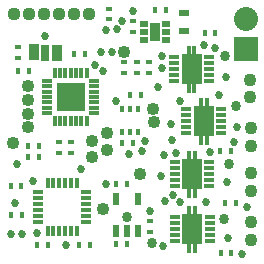
<source format=gts>
G04 #@! TF.FileFunction,Soldermask,Top*
%FSLAX46Y46*%
G04 Gerber Fmt 4.6, Leading zero omitted, Abs format (unit mm)*
G04 Created by KiCad (PCBNEW (2014-12-04 BZR 5312)-product) date 1/18/2015 1:19:07 PM*
%MOMM*%
G01*
G04 APERTURE LIST*
%ADD10C,0.100000*%
%ADD11R,0.400000X0.920000*%
%ADD12R,0.970000X0.400000*%
%ADD13R,1.770000X2.520000*%
%ADD14C,0.520000*%
%ADD15R,0.900000X1.400000*%
%ADD16R,0.753200X1.403200*%
%ADD17R,0.903200X1.403200*%
%ADD18R,0.599440X0.398780*%
%ADD19R,0.398780X0.599440*%
%ADD20R,0.400000X0.600000*%
%ADD21R,0.600000X0.400000*%
%ADD22R,0.570000X1.020000*%
%ADD23R,0.652400X0.502400*%
%ADD24R,0.952400X1.602400*%
%ADD25R,0.900800X0.400800*%
%ADD26R,0.400800X0.850800*%
%ADD27O,0.368920X0.920000*%
%ADD28O,0.920000X0.368920*%
%ADD29R,2.453200X2.453200*%
%ADD30R,0.900000X0.500000*%
%ADD31C,1.083200*%
%ADD32C,1.100000*%
%ADD33R,2.032000X2.032000*%
%ADD34O,2.032000X2.032000*%
%ADD35C,1.117600*%
%ADD36R,0.420000X0.600000*%
%ADD37C,0.685800*%
%ADD38C,0.863600*%
G04 APERTURE END LIST*
D10*
D11*
X63258060Y-55609100D03*
X62758060Y-55609100D03*
D12*
X64488060Y-55029100D03*
X64488060Y-54529100D03*
X64488060Y-54029100D03*
X64488060Y-53529100D03*
X64488060Y-53029100D03*
X61538060Y-53029100D03*
X61538060Y-53529100D03*
X61538060Y-54029100D03*
X61538060Y-54529100D03*
X61538060Y-55029100D03*
D13*
X63008060Y-54039100D03*
D11*
X62758060Y-52479100D03*
X63258060Y-52479100D03*
D14*
X62528060Y-54789100D03*
X62528060Y-53289100D03*
X63528060Y-54789100D03*
X63528060Y-53289100D03*
X63008060Y-54039100D03*
D15*
X51525900Y-39065200D03*
D16*
X50575900Y-39065200D03*
D17*
X49625900Y-39055200D03*
D18*
X51724020Y-46664880D03*
X51724020Y-47564040D03*
D19*
X53917480Y-39173200D03*
X53018320Y-39173200D03*
D18*
X52737480Y-46664880D03*
X52737480Y-47564040D03*
X55989220Y-35359340D03*
X55989220Y-36258500D03*
D19*
X56581040Y-55262780D03*
X57480200Y-55262780D03*
X56563260Y-50213260D03*
X57462420Y-50213260D03*
D18*
X58027950Y-37328930D03*
X58027950Y-36429770D03*
D19*
X60763530Y-35482350D03*
X59864370Y-35482350D03*
X48538030Y-50330950D03*
X47638870Y-50330950D03*
X48588830Y-52820150D03*
X47689670Y-52820150D03*
X50764440Y-55356760D03*
X49865280Y-55356760D03*
X54353460Y-55366920D03*
X53454300Y-55366920D03*
X50010060Y-47891700D03*
X49110900Y-47891700D03*
D20*
X50000320Y-46954440D03*
X49100320Y-46954440D03*
D21*
X57264300Y-39910600D03*
X57264300Y-40810600D03*
D20*
X64066000Y-37388800D03*
X64966000Y-37388800D03*
X65437600Y-56080660D03*
X66337600Y-56080660D03*
X65783040Y-51810920D03*
X66683040Y-51810920D03*
X65363940Y-47419260D03*
X66263940Y-47419260D03*
D21*
X59458860Y-54239580D03*
X59458860Y-53339580D03*
D20*
X57981000Y-46725840D03*
X57081000Y-46725840D03*
X57783530Y-42635170D03*
X58683530Y-42635170D03*
D21*
X59369960Y-39910600D03*
X59369960Y-40810600D03*
X58318400Y-39910600D03*
X58318400Y-40810600D03*
D22*
X56555640Y-54168040D03*
X57505640Y-54168040D03*
X58455640Y-54168040D03*
X58455640Y-51468040D03*
X56555640Y-51468040D03*
D23*
X58967750Y-36676150D03*
X58967750Y-37326150D03*
X58967750Y-37976150D03*
X60767750Y-37976150D03*
X60767750Y-37326150D03*
X60767750Y-36676150D03*
D24*
X59867750Y-37326150D03*
D25*
X54000050Y-53393150D03*
X54000050Y-52893150D03*
X54000050Y-52393150D03*
X54000050Y-51893150D03*
X54000050Y-51393150D03*
X54000050Y-50893150D03*
D26*
X53270050Y-50153150D03*
X52770050Y-50153150D03*
X52270050Y-50153150D03*
X51770050Y-50153150D03*
X51270050Y-50153150D03*
X50770050Y-50153150D03*
D25*
X49970050Y-50893150D03*
D26*
X53270050Y-54153150D03*
X52770050Y-54153150D03*
X52270050Y-54153150D03*
X51770050Y-54153150D03*
X51270050Y-54153150D03*
X50770050Y-54153150D03*
D25*
X49970050Y-51393150D03*
X49970050Y-51893150D03*
X49970050Y-52393150D03*
X49970050Y-52893150D03*
X49970050Y-53393150D03*
D11*
X63204720Y-42042960D03*
X62704720Y-42042960D03*
D12*
X64434720Y-41462960D03*
X64434720Y-40962960D03*
X64434720Y-40462960D03*
X64434720Y-39962960D03*
X64434720Y-39462960D03*
X61484720Y-39462960D03*
X61484720Y-39962960D03*
X61484720Y-40462960D03*
X61484720Y-40962960D03*
X61484720Y-41462960D03*
D13*
X62954720Y-40472960D03*
D11*
X62704720Y-38912960D03*
X63204720Y-38912960D03*
D14*
X62474720Y-41222960D03*
X62474720Y-39722960D03*
X63474720Y-41222960D03*
X63474720Y-39722960D03*
X62954720Y-40472960D03*
D11*
X63240280Y-50950740D03*
X62740280Y-50950740D03*
D12*
X64470280Y-50370740D03*
X64470280Y-49870740D03*
X64470280Y-49370740D03*
X64470280Y-48870740D03*
X64470280Y-48370740D03*
X61520280Y-48370740D03*
X61520280Y-48870740D03*
X61520280Y-49370740D03*
X61520280Y-49870740D03*
X61520280Y-50370740D03*
D13*
X62990280Y-49380740D03*
D11*
X62740280Y-47820740D03*
X63240280Y-47820740D03*
D14*
X62510280Y-50130740D03*
X62510280Y-48630740D03*
X63510280Y-50130740D03*
X63510280Y-48630740D03*
X62990280Y-49380740D03*
D11*
X64235960Y-46452400D03*
X63735960Y-46452400D03*
D12*
X65465960Y-45872400D03*
X65465960Y-45372400D03*
X65465960Y-44872400D03*
X65465960Y-44372400D03*
X65465960Y-43872400D03*
X62515960Y-43872400D03*
X62515960Y-44372400D03*
X62515960Y-44872400D03*
X62515960Y-45372400D03*
X62515960Y-45872400D03*
D13*
X63985960Y-44882400D03*
D11*
X63735960Y-43322400D03*
X64235960Y-43322400D03*
D14*
X63505960Y-45632400D03*
X63505960Y-44132400D03*
X64505960Y-45632400D03*
X64505960Y-44132400D03*
X63985960Y-44882400D03*
D27*
X54067900Y-40823200D03*
X53617900Y-40823200D03*
X53167900Y-40823200D03*
X52717900Y-40823200D03*
X52267900Y-40823200D03*
X51817900Y-40823200D03*
X51367900Y-40823200D03*
D28*
X50717900Y-41473200D03*
X50717900Y-41923200D03*
X50717900Y-42373200D03*
X50717900Y-42823200D03*
X50717900Y-43273200D03*
X50717900Y-43723200D03*
X50717900Y-44173200D03*
D27*
X51367900Y-44823200D03*
X51817900Y-44823200D03*
X52267900Y-44823200D03*
X52717900Y-44823200D03*
X53167900Y-44823200D03*
X53617900Y-44823200D03*
X54067900Y-44823200D03*
D28*
X54717900Y-44173200D03*
X54717900Y-43723200D03*
X54717900Y-43273200D03*
X54717900Y-42823200D03*
X54717900Y-42373200D03*
X54717900Y-41923200D03*
X54717900Y-41473200D03*
D29*
X52717900Y-42823200D03*
D30*
X62320550Y-37248350D03*
X62320550Y-35748350D03*
D19*
X49156080Y-40665400D03*
X48256920Y-40665400D03*
D21*
X48249300Y-38640600D03*
X48249300Y-39540600D03*
D31*
X54518220Y-47886280D03*
X54518220Y-46586280D03*
X55818220Y-47286280D03*
X55818220Y-45886280D03*
X49117900Y-44273200D03*
X49117900Y-43123200D03*
X49103280Y-45412660D03*
X57264300Y-38991540D03*
X59814460Y-44978320D03*
X59681330Y-43828970D03*
X49117900Y-41923200D03*
D32*
X68005960Y-53457720D03*
X68005960Y-54957720D03*
X67901820Y-41359700D03*
X67901820Y-42859700D03*
X67950080Y-45466880D03*
X67950080Y-46966880D03*
X67950080Y-49266720D03*
X67950080Y-50766720D03*
D33*
X67564000Y-38785800D03*
D34*
X67564000Y-36245800D03*
D31*
X55458360Y-52311300D03*
X58574940Y-49336960D03*
X47815500Y-46741080D03*
D35*
X47934880Y-35791140D03*
X49204880Y-35791140D03*
X50474880Y-35791140D03*
X51744880Y-35791140D03*
X53014880Y-35791140D03*
X54284880Y-35791140D03*
D36*
X57753470Y-45754330D03*
X57753470Y-43854330D03*
X58403470Y-45754330D03*
X58403470Y-43854330D03*
X57103470Y-43854330D03*
X57103470Y-45754330D03*
D37*
X60520580Y-55425340D03*
X65308480Y-42677080D03*
X58036460Y-35570160D03*
X53481700Y-42062400D03*
X52717900Y-42823200D03*
X53456300Y-43561000D03*
X51983100Y-43561000D03*
X51983100Y-42087800D03*
X53619400Y-48928020D03*
X48214280Y-48470820D03*
X50546000Y-37693600D03*
X61367389Y-51119984D03*
D38*
X57480200Y-53014880D03*
D37*
X60434220Y-40347900D03*
X47986850Y-51829550D03*
X60601948Y-47731749D03*
X47668180Y-54422040D03*
X64000380Y-38445440D03*
X64549020Y-47508160D03*
X64203580Y-51711860D03*
X52367180Y-55321200D03*
X57073800Y-36362640D03*
D38*
X59603640Y-55156100D03*
X65664080Y-53172360D03*
X66093340Y-48506380D03*
X65801240Y-39364920D03*
X66763900Y-43591480D03*
D37*
X55681880Y-50223420D03*
X58732420Y-47365920D03*
X48585120Y-54411880D03*
X49509680Y-49923700D03*
X60426600Y-39336980D03*
X62019180Y-43139360D03*
X61600080Y-47533560D03*
X62021720Y-51711860D03*
X59408060Y-52481480D03*
X54782720Y-40083740D03*
X56531960Y-43151690D03*
X58991500Y-46527720D03*
X56654700Y-37117020D03*
X56217820Y-39019480D03*
X55708466Y-37135865D03*
X55272940Y-39006780D03*
X57658000Y-47668180D03*
X60699926Y-51627026D03*
X61267340Y-46443910D03*
X60379875Y-49495445D03*
X60157360Y-42006520D03*
X61208571Y-45130720D03*
X64927480Y-38709600D03*
X65846960Y-41120060D03*
X67251580Y-56095900D03*
X66075560Y-54734460D03*
X67612260Y-52120800D03*
X65984120Y-50022760D03*
X66532860Y-46682680D03*
X66842640Y-45387260D03*
X55440560Y-40625515D03*
X49890680Y-54356000D03*
M02*

</source>
